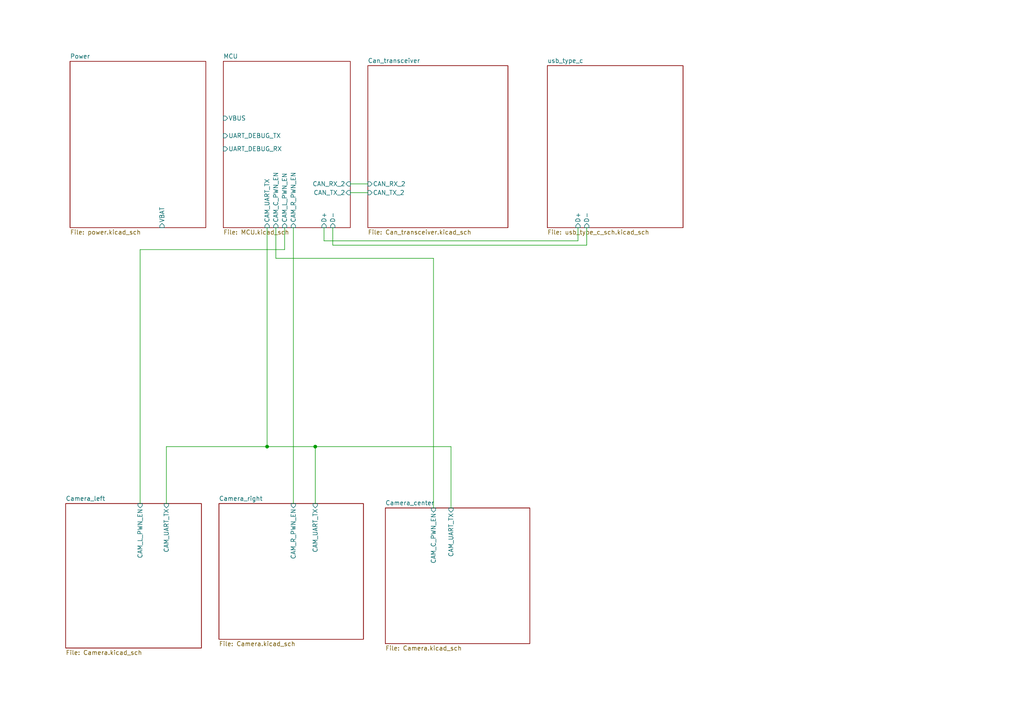
<source format=kicad_sch>
(kicad_sch
	(version 20250114)
	(generator "eeschema")
	(generator_version "9.0")
	(uuid "65068a32-f105-4204-b50e-234054c5a6d0")
	(paper "A4")
	(lib_symbols)
	(junction
		(at 91.44 129.54)
		(diameter 0)
		(color 0 0 0 0)
		(uuid "4e1f462c-f8de-42a4-8952-7fc8e568fef2")
	)
	(junction
		(at 77.47 129.54)
		(diameter 0)
		(color 0 0 0 0)
		(uuid "87749baa-9e77-49e7-8648-617353b2e1f5")
	)
	(wire
		(pts
			(xy 167.64 69.85) (xy 167.64 66.04)
		)
		(stroke
			(width 0)
			(type default)
		)
		(uuid "02e2785b-2f73-41b4-ab36-5d9a5fec5a22")
	)
	(wire
		(pts
			(xy 170.18 66.04) (xy 170.18 71.12)
		)
		(stroke
			(width 0)
			(type default)
		)
		(uuid "0bab21bd-500e-4847-ab57-a5b5c4f8bf10")
	)
	(wire
		(pts
			(xy 77.47 129.54) (xy 91.44 129.54)
		)
		(stroke
			(width 0)
			(type default)
		)
		(uuid "1f1d57be-c73b-4d91-8aca-59ddda261277")
	)
	(wire
		(pts
			(xy 170.18 71.12) (xy 96.52 71.12)
		)
		(stroke
			(width 0)
			(type default)
		)
		(uuid "247d4e8d-b16c-4941-ad48-dc6b86237567")
	)
	(wire
		(pts
			(xy 93.98 66.04) (xy 93.98 69.85)
		)
		(stroke
			(width 0)
			(type default)
		)
		(uuid "2df17d4f-223f-4893-889c-d244a7cca894")
	)
	(wire
		(pts
			(xy 85.09 66.04) (xy 85.09 146.05)
		)
		(stroke
			(width 0)
			(type default)
		)
		(uuid "377ff555-cd17-4322-a658-5cf6b462f146")
	)
	(wire
		(pts
			(xy 77.47 129.54) (xy 48.26 129.54)
		)
		(stroke
			(width 0)
			(type default)
		)
		(uuid "3c779b2c-d486-4090-811d-4e2470fe9539")
	)
	(wire
		(pts
			(xy 125.73 147.32) (xy 125.73 74.93)
		)
		(stroke
			(width 0)
			(type default)
		)
		(uuid "46975112-285e-45c1-b650-366134223bac")
	)
	(wire
		(pts
			(xy 96.52 71.12) (xy 96.52 66.04)
		)
		(stroke
			(width 0)
			(type default)
		)
		(uuid "4c7f884b-1756-48bb-9a2c-1bae5c94ef89")
	)
	(wire
		(pts
			(xy 77.47 66.04) (xy 77.47 129.54)
		)
		(stroke
			(width 0)
			(type default)
		)
		(uuid "6f91e743-293c-46a3-88ce-fe22744a5a9b")
	)
	(wire
		(pts
			(xy 91.44 129.54) (xy 130.81 129.54)
		)
		(stroke
			(width 0)
			(type default)
		)
		(uuid "7533d4a5-95d7-43cb-bbf5-f3cdcaf87fb8")
	)
	(wire
		(pts
			(xy 93.98 69.85) (xy 167.64 69.85)
		)
		(stroke
			(width 0)
			(type default)
		)
		(uuid "8943787c-9853-4768-b99c-87ebde16a60d")
	)
	(wire
		(pts
			(xy 40.64 72.39) (xy 82.55 72.39)
		)
		(stroke
			(width 0)
			(type default)
		)
		(uuid "a6b094ee-ee98-4734-9c56-b429a6338d62")
	)
	(wire
		(pts
			(xy 82.55 72.39) (xy 82.55 66.04)
		)
		(stroke
			(width 0)
			(type default)
		)
		(uuid "ae7c7351-f55f-40f5-9da4-76cc3262bd58")
	)
	(wire
		(pts
			(xy 40.64 146.05) (xy 40.64 72.39)
		)
		(stroke
			(width 0)
			(type default)
		)
		(uuid "cc8924ed-12db-4eb5-91d6-be17da819af4")
	)
	(wire
		(pts
			(xy 125.73 74.93) (xy 80.01 74.93)
		)
		(stroke
			(width 0)
			(type default)
		)
		(uuid "ced2b71c-e532-4ecf-985d-f4f6203e7636")
	)
	(wire
		(pts
			(xy 80.01 74.93) (xy 80.01 66.04)
		)
		(stroke
			(width 0)
			(type default)
		)
		(uuid "ddd253a0-ff4f-4283-9b7d-6e3358e9445e")
	)
	(wire
		(pts
			(xy 48.26 129.54) (xy 48.26 146.05)
		)
		(stroke
			(width 0)
			(type default)
		)
		(uuid "dfe52292-3c16-4b4c-8aec-51657c1130bc")
	)
	(wire
		(pts
			(xy 91.44 146.05) (xy 91.44 129.54)
		)
		(stroke
			(width 0)
			(type default)
		)
		(uuid "e2db864b-e168-48a6-8f91-dc4e4f595d5c")
	)
	(wire
		(pts
			(xy 101.6 55.88) (xy 106.68 55.88)
		)
		(stroke
			(width 0)
			(type default)
		)
		(uuid "e950b0cc-88c3-48e4-b70b-47b3ecb35372")
	)
	(wire
		(pts
			(xy 101.6 53.34) (xy 106.68 53.34)
		)
		(stroke
			(width 0)
			(type default)
		)
		(uuid "ec8514cc-b418-4b94-a0ac-57d0ed218c14")
	)
	(wire
		(pts
			(xy 130.81 129.54) (xy 130.81 147.32)
		)
		(stroke
			(width 0)
			(type default)
		)
		(uuid "fccaddda-4f67-4dd9-93c8-bd01caa9d361")
	)
	(sheet
		(at 111.76 147.32)
		(size 41.91 39.37)
		(exclude_from_sim no)
		(in_bom yes)
		(on_board yes)
		(dnp no)
		(fields_autoplaced yes)
		(stroke
			(width 0.1524)
			(type solid)
		)
		(fill
			(color 0 0 0 0.0000)
		)
		(uuid "0f44c39c-84ca-4885-9561-99bc30f48163")
		(property "Sheetname" "Camera_center"
			(at 111.76 146.6084 0)
			(effects
				(font
					(size 1.27 1.27)
				)
				(justify left bottom)
			)
		)
		(property "Sheetfile" "Camera.kicad_sch"
			(at 111.76 187.2746 0)
			(effects
				(font
					(size 1.27 1.27)
				)
				(justify left top)
			)
		)
		(pin "CAM_C_PWN_EN" input
			(at 125.73 147.32 90)
			(uuid "3d499fef-a1c6-4fee-a5e3-2953050bfa45")
			(effects
				(font
					(size 1.27 1.27)
				)
				(justify right)
			)
		)
		(pin "CAM_UART_TX" input
			(at 130.81 147.32 90)
			(uuid "8575c217-63ee-4f4e-bfd5-df22148f9b27")
			(effects
				(font
					(size 1.27 1.27)
				)
				(justify right)
			)
		)
		(instances
			(project "CameraBoard"
				(path "/65068a32-f105-4204-b50e-234054c5a6d0"
					(page "10")
				)
			)
		)
	)
	(sheet
		(at 20.32 17.78)
		(size 39.37 48.26)
		(exclude_from_sim no)
		(in_bom yes)
		(on_board yes)
		(dnp no)
		(fields_autoplaced yes)
		(stroke
			(width 0.1524)
			(type solid)
		)
		(fill
			(color 0 0 0 0.0000)
		)
		(uuid "480e1df8-14aa-40df-bf4b-17bab0b9775f")
		(property "Sheetname" "Power"
			(at 20.32 17.0684 0)
			(effects
				(font
					(size 1.27 1.27)
				)
				(justify left bottom)
			)
		)
		(property "Sheetfile" "power.kicad_sch"
			(at 20.32 66.6246 0)
			(effects
				(font
					(size 1.27 1.27)
				)
				(justify left top)
			)
		)
		(pin "VBAT" input
			(at 46.99 66.04 270)
			(uuid "320a4c9f-ea1f-497a-be3f-f0f86bd28bbd")
			(effects
				(font
					(size 1.27 1.27)
				)
				(justify left)
			)
		)
		(instances
			(project "CameraBoard"
				(path "/65068a32-f105-4204-b50e-234054c5a6d0"
					(page "3")
				)
			)
		)
	)
	(sheet
		(at 64.77 17.78)
		(size 36.83 48.26)
		(exclude_from_sim no)
		(in_bom yes)
		(on_board yes)
		(dnp no)
		(fields_autoplaced yes)
		(stroke
			(width 0.1524)
			(type solid)
		)
		(fill
			(color 0 0 0 0.0000)
		)
		(uuid "5e494e8c-589b-4110-874f-f4b8b9240b86")
		(property "Sheetname" "MCU"
			(at 64.77 17.0684 0)
			(effects
				(font
					(size 1.27 1.27)
				)
				(justify left bottom)
			)
		)
		(property "Sheetfile" "MCU.kicad_sch"
			(at 64.77 66.6246 0)
			(effects
				(font
					(size 1.27 1.27)
				)
				(justify left top)
			)
		)
		(pin "CAM_C_PWN_EN" input
			(at 80.01 66.04 270)
			(uuid "5c7a65ba-5ece-408f-8860-944a263100b1")
			(effects
				(font
					(size 1.27 1.27)
				)
				(justify left)
			)
		)
		(pin "CAM_L_PWN_EN" input
			(at 82.55 66.04 270)
			(uuid "3e080fed-7864-4cdb-96e0-ba8670fff362")
			(effects
				(font
					(size 1.27 1.27)
				)
				(justify left)
			)
		)
		(pin "CAM_R_PWN_EN" input
			(at 85.09 66.04 270)
			(uuid "c27e4bb1-ed71-492d-accb-6f723182da29")
			(effects
				(font
					(size 1.27 1.27)
				)
				(justify left)
			)
		)
		(pin "CAM_UART_TX" input
			(at 77.47 66.04 270)
			(uuid "6451d271-5b78-4eee-8a92-25a2d6254d06")
			(effects
				(font
					(size 1.27 1.27)
				)
				(justify left)
			)
		)
		(pin "CAN_RX_2" input
			(at 101.6 53.34 0)
			(uuid "5181ce95-2e81-4913-8548-781c1a1f2b17")
			(effects
				(font
					(size 1.27 1.27)
				)
				(justify right)
			)
		)
		(pin "CAN_TX_2" input
			(at 101.6 55.88 0)
			(uuid "3c18401e-6fb0-4362-b805-e885e5d2fc7c")
			(effects
				(font
					(size 1.27 1.27)
				)
				(justify right)
			)
		)
		(pin "D+" input
			(at 93.98 66.04 270)
			(uuid "3093d6fc-5318-4fb9-8666-4b16147d1ced")
			(effects
				(font
					(size 1.27 1.27)
				)
				(justify left)
			)
		)
		(pin "D-" input
			(at 96.52 66.04 270)
			(uuid "1c8a15e4-5641-4a13-9ef6-d27d429bc52e")
			(effects
				(font
					(size 1.27 1.27)
				)
				(justify left)
			)
		)
		(pin "UART_DEBUG_RX" input
			(at 64.77 43.18 180)
			(uuid "98a4e750-f103-4a0f-bbf2-e32a8af28473")
			(effects
				(font
					(size 1.27 1.27)
				)
				(justify left)
			)
		)
		(pin "UART_DEBUG_TX" input
			(at 64.77 39.37 180)
			(uuid "b2db13cd-5dd3-4bc1-b230-67dac720a9cc")
			(effects
				(font
					(size 1.27 1.27)
				)
				(justify left)
			)
		)
		(pin "VBUS" input
			(at 64.77 34.29 180)
			(uuid "b0fe58de-9fae-4756-85e7-5113c38b76d9")
			(effects
				(font
					(size 1.27 1.27)
				)
				(justify left)
			)
		)
		(instances
			(project "CameraBoard"
				(path "/65068a32-f105-4204-b50e-234054c5a6d0"
					(page "2")
				)
			)
		)
	)
	(sheet
		(at 106.68 19.05)
		(size 40.64 46.99)
		(exclude_from_sim no)
		(in_bom yes)
		(on_board yes)
		(dnp no)
		(fields_autoplaced yes)
		(stroke
			(width 0.1524)
			(type solid)
		)
		(fill
			(color 0 0 0 0.0000)
		)
		(uuid "68311702-7edf-49e8-b5c7-4acffdefe23d")
		(property "Sheetname" "Can_transceiver"
			(at 106.68 18.3384 0)
			(effects
				(font
					(size 1.27 1.27)
				)
				(justify left bottom)
			)
		)
		(property "Sheetfile" "Can_transceiver.kicad_sch"
			(at 106.68 66.6246 0)
			(effects
				(font
					(size 1.27 1.27)
				)
				(justify left top)
			)
		)
		(pin "CAN_RX_2" input
			(at 106.68 53.34 180)
			(uuid "bb81f01a-5b6b-4fd5-89a2-7e6e5497aceb")
			(effects
				(font
					(size 1.27 1.27)
				)
				(justify left)
			)
		)
		(pin "CAN_TX_2" input
			(at 106.68 55.88 180)
			(uuid "00279116-613c-4cd9-9fd7-21bc6e591b82")
			(effects
				(font
					(size 1.27 1.27)
				)
				(justify left)
			)
		)
		(instances
			(project "CameraBoard"
				(path "/65068a32-f105-4204-b50e-234054c5a6d0"
					(page "7")
				)
			)
		)
	)
	(sheet
		(at 63.5 146.05)
		(size 41.91 39.37)
		(exclude_from_sim no)
		(in_bom yes)
		(on_board yes)
		(dnp no)
		(fields_autoplaced yes)
		(stroke
			(width 0.1524)
			(type solid)
		)
		(fill
			(color 0 0 0 0.0000)
		)
		(uuid "87d56ee5-98da-4fef-82d7-f6ca9a8fff80")
		(property "Sheetname" "Camera_right"
			(at 63.5 145.3384 0)
			(effects
				(font
					(size 1.27 1.27)
				)
				(justify left bottom)
			)
		)
		(property "Sheetfile" "Camera.kicad_sch"
			(at 63.5 186.0046 0)
			(effects
				(font
					(size 1.27 1.27)
				)
				(justify left top)
			)
		)
		(pin "CAM_R_PWN_EN" input
			(at 85.09 146.05 90)
			(uuid "1ed1f431-a421-4dcb-b564-8a23f91676bb")
			(effects
				(font
					(size 1.27 1.27)
				)
				(justify right)
			)
		)
		(pin "CAM_UART_TX" input
			(at 91.44 146.05 90)
			(uuid "5dbc00f3-d17e-4f62-9e37-bc590c60c5c2")
			(effects
				(font
					(size 1.27 1.27)
				)
				(justify right)
			)
		)
		(instances
			(project "CameraBoard"
				(path "/65068a32-f105-4204-b50e-234054c5a6d0"
					(page "9")
				)
			)
		)
	)
	(sheet
		(at 158.75 19.05)
		(size 39.37 46.99)
		(exclude_from_sim no)
		(in_bom yes)
		(on_board yes)
		(dnp no)
		(fields_autoplaced yes)
		(stroke
			(width 0.1524)
			(type solid)
		)
		(fill
			(color 0 0 0 0.0000)
		)
		(uuid "880da092-1c6b-4dcf-a509-490b22fc0ebc")
		(property "Sheetname" "usb_type_c"
			(at 158.75 18.3384 0)
			(effects
				(font
					(size 1.27 1.27)
				)
				(justify left bottom)
			)
		)
		(property "Sheetfile" "usb_type_c_sch.kicad_sch"
			(at 158.75 66.6246 0)
			(effects
				(font
					(size 1.27 1.27)
				)
				(justify left top)
			)
		)
		(pin "D+" input
			(at 167.64 66.04 270)
			(uuid "cd0264da-08ba-4b5c-9fc8-929abc5e1d20")
			(effects
				(font
					(size 1.27 1.27)
				)
				(justify left)
			)
		)
		(pin "D-" input
			(at 170.18 66.04 270)
			(uuid "fcae424f-2c64-40cc-bb05-b769e08c53bc")
			(effects
				(font
					(size 1.27 1.27)
				)
				(justify left)
			)
		)
		(instances
			(project "CameraBoard"
				(path "/65068a32-f105-4204-b50e-234054c5a6d0"
					(page "8")
				)
			)
		)
	)
	(sheet
		(at 19.05 146.05)
		(size 39.37 41.91)
		(exclude_from_sim no)
		(in_bom yes)
		(on_board yes)
		(dnp no)
		(fields_autoplaced yes)
		(stroke
			(width 0.1524)
			(type solid)
		)
		(fill
			(color 0 0 0 0.0000)
		)
		(uuid "e8bd3566-d4f2-43cd-9088-441e27788299")
		(property "Sheetname" "Camera_left"
			(at 19.05 145.3384 0)
			(effects
				(font
					(size 1.27 1.27)
				)
				(justify left bottom)
			)
		)
		(property "Sheetfile" "Camera.kicad_sch"
			(at 19.05 188.5446 0)
			(effects
				(font
					(size 1.27 1.27)
				)
				(justify left top)
			)
		)
		(pin "CAM_L_PWN_EN" input
			(at 40.64 146.05 90)
			(uuid "b254656e-c9f9-4b7e-9bc1-40cf8a132fa3")
			(effects
				(font
					(size 1.27 1.27)
				)
				(justify right)
			)
		)
		(pin "CAM_UART_TX" input
			(at 48.26 146.05 90)
			(uuid "8ec1f38f-c35d-46bf-bda8-75a8749c75fb")
			(effects
				(font
					(size 1.27 1.27)
				)
				(justify right)
			)
		)
		(instances
			(project "CameraBoard"
				(path "/65068a32-f105-4204-b50e-234054c5a6d0"
					(page "4")
				)
			)
		)
	)
	(sheet_instances
		(path "/"
			(page "1")
		)
	)
	(embedded_fonts no)
)

</source>
